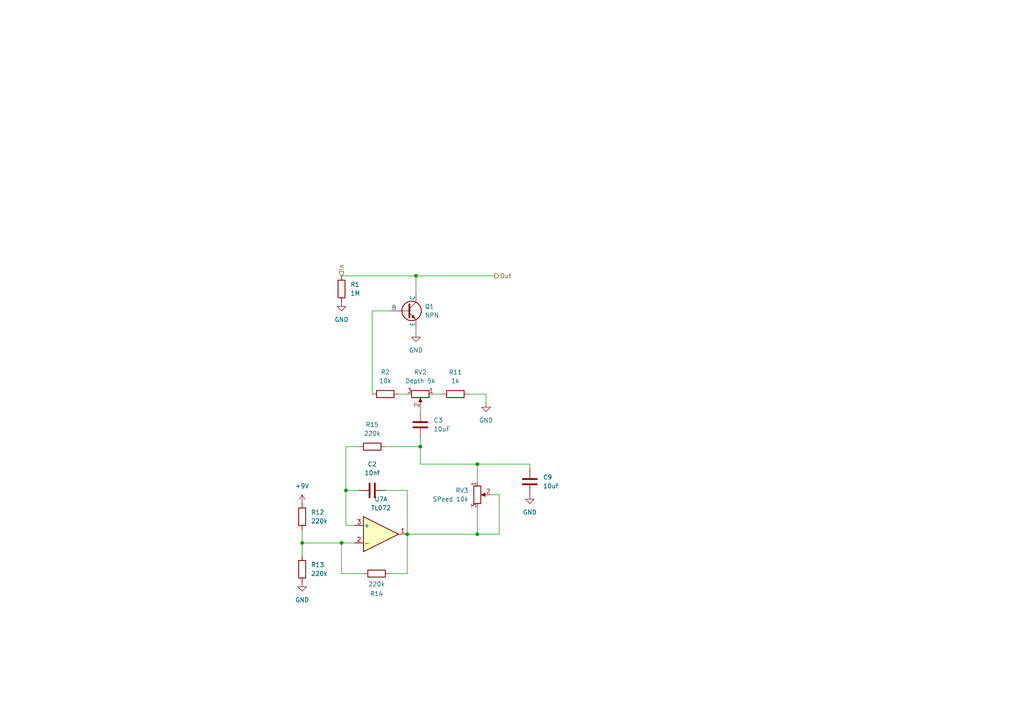
<source format=kicad_sch>
(kicad_sch (version 20231120) (generator "eeschema") (generator_version "8.0")
  (paper "A4")
  (lib_symbols
    (symbol "Amplifier_Operational:TL072" (pin_names (offset 0.127))
      (property "Reference" "U" (at 0 5.08 0))
      (property "Value" "TL072" (at 0 -5.08 0))
      (symbol "TL072_1_1"
        (polyline (pts (xy -5.08 5.08) (xy 5.08 0) (xy -5.08 -5.08) (xy -5.08 5.08)) (stroke (width 0.254)) (fill (type background)))
        (pin output line (at 7.62 0 180) (length 2.54) (name "~") (number "1"))
        (pin input line (at -7.62 -2.54 0) (length 2.54) (name "-") (number "2"))
        (pin input line (at -7.62 2.54 0) (length 2.54) (name "+") (number "3"))
      )
      (symbol "TL072_2_1"
        (polyline (pts (xy -5.08 5.08) (xy 5.08 0) (xy -5.08 -5.08) (xy -5.08 5.08)) (stroke (width 0.254)) (fill (type background)))
        (pin input line (at -7.62 2.54 0) (length 2.54) (name "+") (number "5"))
        (pin input line (at -7.62 -2.54 0) (length 2.54) (name "-") (number "6"))
        (pin output line (at 7.62 0 180) (length 2.54) (name "~") (number "7"))
      )
      (symbol "TL072_3_1"
        (pin power_in line (at -2.54 -7.62 90) (length 3.81) (name "V-") (number "4"))
        (pin power_in line (at -2.54 7.62 270) (length 3.81) (name "V+") (number "8"))
      )
    )
    (symbol "Device:C" (pin_numbers hide) (pin_names (offset 0.254))
      (property "Reference" "C" (at 0.635 2.54 0))
      (property "Value" "C" (at 0.635 -2.54 0))
      (symbol "C_0_1"
        (polyline (pts (xy -2.032 -0.762) (xy 2.032 -0.762)) (stroke (width 0.508)))
        (polyline (pts (xy -2.032 0.762) (xy 2.032 0.762)) (stroke (width 0.508)))
      )
      (symbol "C_1_1"
        (pin passive line (at 0 3.81 270) (length 2.794) (name "~") (number "1"))
        (pin passive line (at 0 -3.81 90) (length 2.794) (name "~") (number "2"))
      )
    )
    (symbol "Device:R" (pin_numbers hide) (pin_names (offset 0))
      (property "Reference" "R" (at 2.032 0 90))
      (property "Value" "R" (at 0 0 90))
      (symbol "R_0_1"
        (rectangle (start -1.016 -2.54) (end 1.016 2.54) (stroke (width 0.254)))
      )
      (symbol "R_1_1"
        (pin passive line (at 0 3.81 270) (length 1.27) (name "~") (number "1"))
        (pin passive line (at 0 -3.81 90) (length 1.27) (name "~") (number "2"))
      )
    )
    (symbol "Device:R_Potentiometer" (pin_names (offset 1.016) hide)
      (property "Reference" "RV" (at -4.445 0 90))
      (property "Value" "R_Potentiometer" (at -2.54 0 90))
      (symbol "R_Potentiometer_0_1"
        (polyline (pts (xy 2.54 0) (xy 1.524 0)))
        (polyline (pts (xy 1.143 0) (xy 2.286 0.508) (xy 2.286 -0.508) (xy 1.143 0)) (fill (type outline)))
        (rectangle (start 1.016 2.54) (end -1.016 -2.54) (stroke (width 0.254)))
      )
      (symbol "R_Potentiometer_1_1"
        (pin passive line (at 0 3.81 270) (length 1.27) (name "1") (number "1"))
        (pin passive line (at 3.81 0 180) (length 1.27) (name "2") (number "2"))
        (pin passive line (at 0 -3.81 90) (length 1.27) (name "3") (number "3"))
      )
    )
    (symbol "Simulation_SPICE:NPN" (pin_numbers hide) (pin_names (offset 0))
      (property "Reference" "Q" (at -2.54 7.62 0))
      (property "Value" "NPN" (at -2.54 5.08 0))
      (symbol "NPN_0_1"
        (polyline (pts (xy -2.54 0) (xy 0.635 0)) (stroke (width 0.1524)))
        (polyline (pts (xy 0.635 0.635) (xy 2.54 2.54)))
        (polyline (pts (xy 2.794 -1.27) (xy 2.794 -1.27)) (stroke (width 0.1524)))
        (polyline (pts (xy 2.794 -1.27) (xy 2.794 -1.27)) (stroke (width 0.1524)))
        (polyline (pts (xy 0.635 -0.635) (xy 2.54 -2.54) (xy 2.54 -2.54)))
        (polyline (pts (xy 0.635 1.905) (xy 0.635 -1.905) (xy 0.635 -1.905)) (stroke (width 0.508)))
        (polyline (pts (xy 1.27 -1.778) (xy 1.778 -1.27) (xy 2.286 -2.286) (xy 1.27 -1.778) (xy 1.27 -1.778)) (fill (type outline)))
        (circle (center 1.27 0) (radius 2.8194) (stroke (width 0.254)))
      )
      (symbol "NPN_1_1"
        (pin open_collector line (at 2.54 5.08 270) (length 2.54) (name "C") (number "1"))
        (pin input line (at -5.08 0 0) (length 2.54) (name "B") (number "2"))
        (pin open_emitter line (at 2.54 -5.08 90) (length 2.54) (name "E") (number "3"))
      )
    )
    (symbol "power:+9V" (power) (pin_numbers hide) (pin_names (offset 0) hide)
      (property "Value" "+9V" (at 0 3.556 0))
      (symbol "+9V_0_1"
        (polyline (pts (xy -0.762 1.27) (xy 0 2.54)))
        (polyline (pts (xy 0 0) (xy 0 2.54)))
        (polyline (pts (xy 0 2.54) (xy 0.762 1.27)))
      )
      (symbol "+9V_1_1"
        (pin power_in line (at 0 0 90) (length 0) (name "~") (number "1"))
      )
    )
    (symbol "power:GND" (power) (pin_numbers hide) (pin_names (offset 0) hide)
      (property "Value" "GND" (at 0 -3.81 0))
      (symbol "GND_0_1"
        (polyline (pts (xy 0 0) (xy 0 -1.27) (xy 1.27 -1.27) (xy 0 -2.54) (xy -1.27 -1.27) (xy 0 -1.27)))
      )
      (symbol "GND_1_1"
        (pin power_in line (at 0 0 270) (length 0) (name "~") (number "1"))
      )
    )
  )
  (junction (at 100.33 142.24))
  (junction (at 120.65 80.01))
  (junction (at 87.63 157.48))
  (junction (at 118.11 154.94))
  (junction (at 121.92 129.54))
  (junction (at 99.06 157.48))
  (junction (at 138.43 154.94))
  (junction (at 138.43 134.62))
  (wire (pts (xy 111.76 142.24) (xy 118.11 142.24)))
  (wire (pts (xy 113.03 90.17) (xy 107.95 90.17)))
  (wire (pts (xy 138.43 147.32) (xy 138.43 154.94)))
  (wire (pts (xy 87.63 157.48) (xy 87.63 161.29)))
  (wire (pts (xy 120.65 85.09) (xy 120.65 80.01)))
  (wire (pts (xy 102.87 152.4) (xy 100.33 152.4)))
  (wire (pts (xy 100.33 129.54) (xy 104.14 129.54)))
  (wire (pts (xy 120.65 80.01) (xy 143.51 80.01)))
  (wire (pts (xy 125.73 114.3) (xy 128.27 114.3)))
  (wire (pts (xy 113.03 166.37) (xy 118.11 166.37)))
  (wire (pts (xy 121.92 127) (xy 121.92 129.54)))
  (wire (pts (xy 120.65 80.01) (xy 99.06 80.01)))
  (wire (pts (xy 153.67 134.62) (xy 153.67 135.89)))
  (wire (pts (xy 135.89 114.3) (xy 140.97 114.3)))
  (wire (pts (xy 111.76 129.54) (xy 121.92 129.54)))
  (wire (pts (xy 121.92 134.62) (xy 138.43 134.62)))
  (wire (pts (xy 99.06 157.48) (xy 102.87 157.48)))
  (wire (pts (xy 87.63 157.48) (xy 99.06 157.48)))
  (wire (pts (xy 100.33 142.24) (xy 104.14 142.24)))
  (wire (pts (xy 87.63 153.67) (xy 87.63 157.48)))
  (wire (pts (xy 120.65 95.25) (xy 120.65 96.52)))
  (wire (pts (xy 118.11 166.37) (xy 118.11 154.94)))
  (wire (pts (xy 121.92 119.38) (xy 121.92 118.11)))
  (wire (pts (xy 118.11 154.94) (xy 118.11 142.24)))
  (wire (pts (xy 138.43 134.62) (xy 138.43 139.7)))
  (wire (pts (xy 138.43 134.62) (xy 153.67 134.62)))
  (wire (pts (xy 138.43 154.94) (xy 144.78 154.94)))
  (wire (pts (xy 100.33 142.24) (xy 100.33 129.54)))
  (wire (pts (xy 99.06 157.48) (xy 99.06 166.37)))
  (wire (pts (xy 144.78 143.51) (xy 142.24 143.51)))
  (wire (pts (xy 144.78 154.94) (xy 144.78 143.51)))
  (wire (pts (xy 107.95 90.17) (xy 107.95 114.3)))
  (wire (pts (xy 99.06 166.37) (xy 105.41 166.37)))
  (wire (pts (xy 121.92 134.62) (xy 121.92 129.54)))
  (wire (pts (xy 140.97 114.3) (xy 140.97 116.84)))
  (wire (pts (xy 115.57 114.3) (xy 118.11 114.3)))
  (wire (pts (xy 100.33 152.4) (xy 100.33 142.24)))
  (wire (pts (xy 138.43 154.94) (xy 118.11 154.94)))
  (hierarchical_label "In" (shape input) (at 99.06 80.01 90))
  (hierarchical_label "Out" (shape output) (at 143.51 80.01 0))
  (symbol (lib_id "Device:R_Potentiometer") (at 138.43 143.51 0) (unit 1)
    (property "Reference" "RV3" (at 135.89 142.2399 0) (effects (justify right)))
    (property "Value" "SPeed 10k" (at 135.89 144.7799 0) (effects (justify right)))
    (property "Description" "Potentiometer" (effects (hide yes)))
  )
  (symbol (lib_id "Simulation_SPICE:NPN") (at 118.11 90.17 0) (unit 1)
    (property "Reference" "Q1" (at 123.19 88.8999 0) (effects (justify left)))
    (property "Value" "NPN" (at 123.19 91.4399 0) (effects (justify left)))
    (property "Datasheet" "https://ngspice.sourceforge.io/docs/ngspice-html-manual/manual.xhtml#cha_BJTs" (effects (hide yes)))
    (property "Description" "Bipolar transistor symbol for simulation only, substrate tied to the emitter" (effects (hide yes)))
    (property "Sim.Device" "NPN" (effects (hide yes)))
    (property "Sim.Type" "GUMMELPOON" (effects (hide yes)))
    (property "Sim.Pins" "1=C 2=B 3=E" (effects (hide yes)))
  )
  (symbol (lib_id "Device:C") (at 121.92 123.19 180) (unit 1)
    (property "Reference" "C3" (at 125.73 121.9199 0) (effects (justify right)))
    (property "Value" "10uF" (at 125.73 124.4599 0) (effects (justify right)))
    (property "Description" "Unpolarized capacitor" (effects (hide yes)))
  )
  (symbol (lib_id "power:GND") (at 120.65 96.52 0) (unit 1)
    (property "Reference" "#PWR012" (effects (hide yes)))
    (property "Value" "GND" (at 120.65 101.6 0))
    (property "Description" "Power symbol creates a global label with name \"GND\" , ground" (effects (hide yes)))
  )
  (symbol (lib_id "Amplifier_Operational:TL072") (at 110.49 154.94 0) (unit 1)
    (property "Reference" "U7" (at 110.49 144.78 0))
    (property "Value" "TL072" (at 110.49 147.32 0))
    (property "Datasheet" "http://www.ti.com/lit/ds/symlink/tl071.pdf" (effects (hide yes)))
    (property "Description" "Dual Low-Noise JFET-Input Operational Amplifiers, DIP-8/SOIC-8" (effects (hide yes)))
  )
  (symbol (lib_id "Device:R") (at 107.95 129.54 90) (unit 1)
    (property "Reference" "R15" (at 107.95 123.19 90))
    (property "Value" "220k" (at 107.95 125.73 90))
    (property "Description" "Resistor" (effects (hide yes)))
  )
  (symbol (lib_id "power:GND") (at 87.63 168.91 0) (unit 1)
    (property "Reference" "#PWR08" (effects (hide yes)))
    (property "Value" "GND" (at 87.63 173.99 0))
    (property "Description" "Power symbol creates a global label with name \"GND\" , ground" (effects (hide yes)))
  )
  (symbol (lib_id "Device:C") (at 153.67 139.7 180) (unit 1)
    (property "Reference" "C9" (at 157.48 138.4299 0) (effects (justify right)))
    (property "Value" "10uf" (at 157.48 140.9699 0) (effects (justify right)))
    (property "Description" "Unpolarized capacitor" (effects (hide yes)))
  )
  (symbol (lib_id "Device:R") (at 109.22 166.37 270) (unit 1)
    (property "Reference" "R14" (at 109.22 172.212 90))
    (property "Value" "220k" (at 109.22 169.418 90))
    (property "Description" "Resistor" (effects (hide yes)))
  )
  (symbol (lib_id "Device:R") (at 87.63 149.86 0) (unit 1)
    (property "Reference" "R12" (at 90.17 148.5899 0) (effects (justify left)))
    (property "Value" "220k" (at 90.17 151.1299 0) (effects (justify left)))
    (property "Description" "Resistor" (effects (hide yes)))
  )
  (symbol (lib_id "power:GND") (at 99.06 87.63 0) (unit 1)
    (property "Reference" "#PWR011" (effects (hide yes)))
    (property "Value" "GND" (at 99.06 92.71 0))
    (property "Description" "Power symbol creates a global label with name \"GND\" , ground" (effects (hide yes)))
  )
  (symbol (lib_id "Device:R") (at 111.76 114.3 90) (unit 1)
    (property "Reference" "R2" (at 111.76 107.95 90))
    (property "Value" "10k" (at 111.76 110.49 90))
    (property "Description" "Resistor" (effects (hide yes)))
  )
  (symbol (lib_id "Device:R") (at 99.06 83.82 0) (unit 1)
    (property "Reference" "R1" (at 101.6 82.5499 0) (effects (justify left)))
    (property "Value" "1M" (at 101.6 85.0899 0) (effects (justify left)))
    (property "Description" "Resistor" (effects (hide yes)))
  )
  (symbol (lib_id "Device:C") (at 107.95 142.24 90) (unit 1)
    (property "Reference" "C2" (at 107.95 134.62 90))
    (property "Value" "10nf" (at 107.95 137.16 90))
    (property "Description" "Unpolarized capacitor" (effects (hide yes)))
  )
  (symbol (lib_id "power:GND") (at 153.67 143.51 0) (unit 1)
    (property "Reference" "#PWR010" (effects (hide yes)))
    (property "Value" "GND" (at 153.67 148.59 0))
    (property "Description" "Power symbol creates a global label with name \"GND\" , ground" (effects (hide yes)))
  )
  (symbol (lib_id "power:GND") (at 140.97 116.84 0) (unit 1)
    (property "Reference" "#PWR07" (effects (hide yes)))
    (property "Value" "GND" (at 140.97 121.92 0))
    (property "Description" "Power symbol creates a global label with name \"GND\" , ground" (effects (hide yes)))
  )
  (symbol (lib_id "power:+9V") (at 87.63 146.05 0) (unit 1)
    (property "Reference" "#PWR09" (effects (hide yes)))
    (property "Value" "+9V" (at 87.63 140.97 0))
    (property "Description" "Power symbol creates a global label with name \"+9V\"" (effects (hide yes)))
  )
  (symbol (lib_id "Device:R") (at 132.08 114.3 90) (unit 1)
    (property "Reference" "R11" (at 132.08 107.95 90))
    (property "Value" "1k" (at 132.08 110.49 90))
    (property "Description" "Resistor" (effects (hide yes)))
  )
  (symbol (lib_id "Device:R_Potentiometer") (at 121.92 114.3 270) (unit 1)
    (property "Reference" "RV2" (at 121.92 107.95 90))
    (property "Value" "Depth 5k" (at 121.92 110.49 90))
    (property "Description" "Potentiometer" (effects (hide yes)))
  )
  (symbol (lib_id "Device:R") (at 87.63 165.1 0) (unit 1)
    (property "Reference" "R13" (at 90.17 163.8299 0) (effects (justify left)))
    (property "Value" "220k" (at 90.17 166.3699 0) (effects (justify left)))
    (property "Description" "Resistor" (effects (hide yes)))
  )
)
</source>
